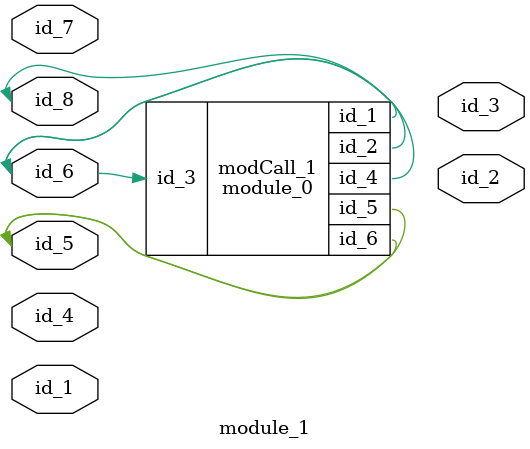
<source format=v>
module module_0 (
    id_1,
    id_2,
    id_3,
    id_4,
    id_5,
    id_6
);
  output wire id_6;
  output wire id_5;
  inout wand id_4;
  input wire id_3;
  output wire id_2;
  inout wire id_1;
  wire id_7;
  integer id_8 = id_4, id_9;
  assign id_4 = 1'd0;
endmodule
module module_1 (
    id_1,
    id_2,
    id_3,
    id_4,
    id_5,
    id_6,
    id_7,
    id_8
);
  inout wire id_8;
  input wire id_7;
  inout wire id_6;
  inout wire id_5;
  input wire id_4;
  output wire id_3;
  output wire id_2;
  input wire id_1;
  module_0 modCall_1 (
      id_8,
      id_6,
      id_6,
      id_6,
      id_5,
      id_5
  );
endmodule

</source>
